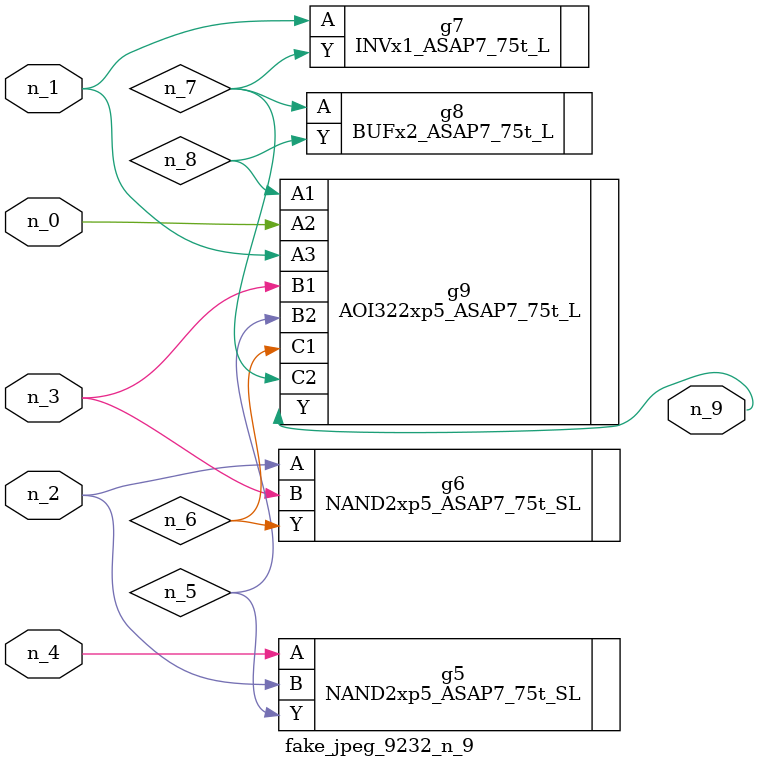
<source format=v>
module fake_jpeg_9232_n_9 (n_3, n_2, n_1, n_0, n_4, n_9);

input n_3;
input n_2;
input n_1;
input n_0;
input n_4;

output n_9;

wire n_8;
wire n_6;
wire n_5;
wire n_7;

NAND2xp5_ASAP7_75t_SL g5 ( 
.A(n_4),
.B(n_2),
.Y(n_5)
);

NAND2xp5_ASAP7_75t_SL g6 ( 
.A(n_2),
.B(n_3),
.Y(n_6)
);

INVx1_ASAP7_75t_L g7 ( 
.A(n_1),
.Y(n_7)
);

BUFx2_ASAP7_75t_L g8 ( 
.A(n_7),
.Y(n_8)
);

AOI322xp5_ASAP7_75t_L g9 ( 
.A1(n_8),
.A2(n_0),
.A3(n_1),
.B1(n_3),
.B2(n_5),
.C1(n_6),
.C2(n_7),
.Y(n_9)
);


endmodule
</source>
